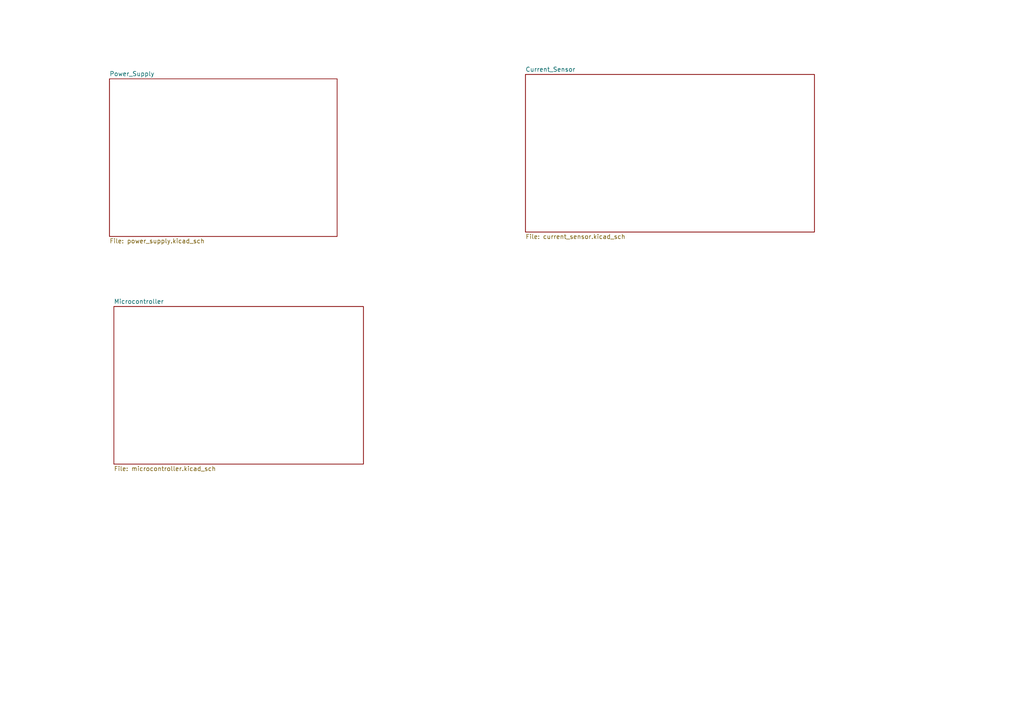
<source format=kicad_sch>
(kicad_sch
	(version 20231120)
	(generator "eeschema")
	(generator_version "8.0")
	(uuid "9602f2a9-59de-4c89-af09-0033871e87a5")
	(paper "A4")
	(title_block
		(title "High Level Overview")
		(company "PROVE Lab")
	)
	(lib_symbols)
	(sheet
		(at 152.4 21.59)
		(size 83.82 45.72)
		(fields_autoplaced yes)
		(stroke
			(width 0.1524)
			(type solid)
		)
		(fill
			(color 0 0 0 0.0000)
		)
		(uuid "171b48c4-31ba-4ad4-b68c-0c27aedd5528")
		(property "Sheetname" "Current_Sensor"
			(at 152.4 20.8784 0)
			(effects
				(font
					(size 1.27 1.27)
				)
				(justify left bottom)
			)
		)
		(property "Sheetfile" "current_sensor.kicad_sch"
			(at 152.4 67.8946 0)
			(effects
				(font
					(size 1.27 1.27)
				)
				(justify left top)
			)
		)
		(instances
			(project "Basic_Node_Board"
				(path "/9602f2a9-59de-4c89-af09-0033871e87a5"
					(page "3")
				)
			)
		)
	)
	(sheet
		(at 33.02 88.9)
		(size 72.39 45.72)
		(fields_autoplaced yes)
		(stroke
			(width 0.1524)
			(type solid)
		)
		(fill
			(color 0 0 0 0.0000)
		)
		(uuid "20236dec-7072-4353-8cea-326a2b34f7fc")
		(property "Sheetname" "Microcontroller"
			(at 33.02 88.1884 0)
			(effects
				(font
					(size 1.27 1.27)
				)
				(justify left bottom)
			)
		)
		(property "Sheetfile" "microcontroller.kicad_sch"
			(at 33.02 135.2046 0)
			(effects
				(font
					(size 1.27 1.27)
				)
				(justify left top)
			)
		)
		(instances
			(project "Basic_Node_Board"
				(path "/9602f2a9-59de-4c89-af09-0033871e87a5"
					(page "4")
				)
			)
		)
	)
	(sheet
		(at 31.75 22.86)
		(size 66.04 45.72)
		(fields_autoplaced yes)
		(stroke
			(width 0.1524)
			(type solid)
		)
		(fill
			(color 0 0 0 0.0000)
		)
		(uuid "f75fb6b5-0a5c-4968-8bfd-44aa5cbdfa9c")
		(property "Sheetname" "Power_Supply"
			(at 31.75 22.1484 0)
			(effects
				(font
					(size 1.27 1.27)
				)
				(justify left bottom)
			)
		)
		(property "Sheetfile" "power_supply.kicad_sch"
			(at 31.75 69.1646 0)
			(effects
				(font
					(size 1.27 1.27)
				)
				(justify left top)
			)
		)
		(instances
			(project "Basic_Node_Board"
				(path "/9602f2a9-59de-4c89-af09-0033871e87a5"
					(page "2")
				)
			)
		)
	)
	(sheet_instances
		(path "/"
			(page "1")
		)
	)
)
</source>
